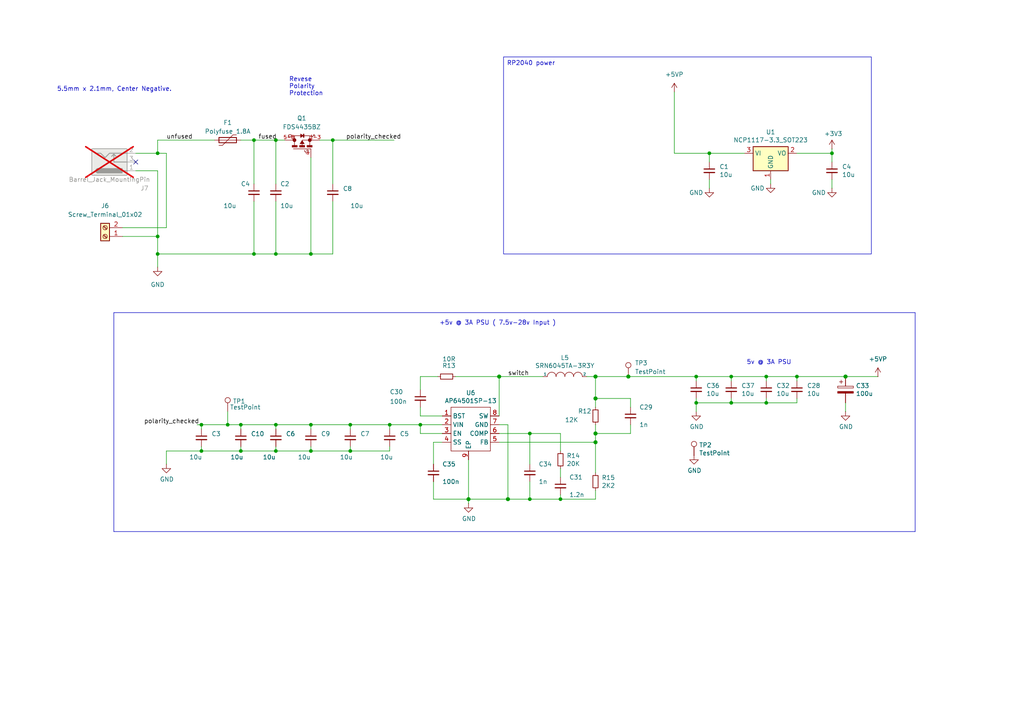
<source format=kicad_sch>
(kicad_sch (version 20231120) (generator "eeschema") (generator_version "8.0")
  (paper "A4")
  (title_block (title "Open Pedalboard Mainboard") (date "2023-12-05") (rev "4.0.0-RC1") (company "https://github.com/pedalboard") (comment 1 "Source Code: https://github.com/pedalboard/pedalboard-hw") (comment 2 "License: CERN Open Hardware Licence Version 2 - Permissive") (comment 3 "Git commit hash: ${GIT_HASH}"))
  (lib_symbols
    (symbol "CM4IO:AP64351"
      (property "Reference" "U" (at 0 8.89 0))
      (property "Value" "AP64351" (at 1.27 6.35 0))
      (symbol "AP64351_0_1"
        (rectangle (start -5.08 5.08) (end 6.35 -7.62))
      )
      (symbol "AP64351_1_1"
        (pin passive line (at -7.62 2.54 0) (length 2.54) (name "BST") (number "1"))
        (pin power_in line (at -7.62 0 0) (length 2.54) (name "VIN") (number "2"))
        (pin input line (at -7.62 -2.54 0) (length 2.54) (name "EN") (number "3"))
        (pin input line (at -7.62 -5.08 0) (length 2.54) (name "SS") (number "4"))
        (pin input line (at 8.89 -5.08 180) (length 2.54) (name "FB") (number "5"))
        (pin input line (at 8.89 -2.54 180) (length 2.54) (name "COMP") (number "6"))
        (pin power_in line (at 8.89 0 180) (length 2.54) (name "GND") (number "7"))
        (pin output line (at 8.89 2.54 180) (length 2.54) (name "SW") (number "8"))
        (pin passive line (at 0 -10.16 90) (length 2.54) (name "EP") (number "9"))
      )
    )
    (symbol "Connector:Barrel_Jack_Switch" (pin_names hide)
      (property "Reference" "J" (at 0 5.334 0))
      (property "Value" "Barrel_Jack_Switch" (at 0 -5.08 0))
      (symbol "Barrel_Jack_Switch_0_1"
        (rectangle (start -5.08 3.81) (end 5.08 -3.81) (stroke (width 0.254)) (fill (type background)))
        (arc (start -3.302 3.175) (mid -3.9343 2.54) (end -3.302 1.905) (stroke (width 0.254)))
        (arc (start -3.302 3.175) (mid -3.9343 2.54) (end -3.302 1.905) (stroke (width 0.254)) (fill (type outline)))
        (polyline (pts (xy 1.27 -2.286) (xy 1.905 -1.651)) (stroke (width 0.254)))
        (polyline (pts (xy 5.08 2.54) (xy 3.81 2.54)) (stroke (width 0.254)))
        (polyline (pts (xy 5.08 0) (xy 1.27 0) (xy 1.27 -2.286) (xy 0.635 -1.651)) (stroke (width 0.254)))
        (polyline (pts (xy -3.81 -2.54) (xy -2.54 -2.54) (xy -1.27 -1.27) (xy 0 -2.54) (xy 2.54 -2.54) (xy 5.08 -2.54)) (stroke (width 0.254)))
        (rectangle (start 3.683 3.175) (end -3.302 1.905) (stroke (width 0.254)) (fill (type outline)))
      )
      (symbol "Barrel_Jack_Switch_1_1"
        (pin passive line (at 7.62 2.54 180) (length 2.54) (name "~") (number "1"))
        (pin passive line (at 7.62 -2.54 180) (length 2.54) (name "~") (number "2"))
        (pin passive line (at 7.62 0 180) (length 2.54) (name "~") (number "3"))
      )
    )
    (symbol "Connector:Screw_Terminal_01x02" (pin_names (offset 1.016) hide)
      (property "Reference" "J" (at 0 2.54 0))
      (property "Value" "Screw_Terminal_01x02" (at 0 -5.08 0))
      (symbol "Screw_Terminal_01x02_1_1"
        (rectangle (start -1.27 1.27) (end 1.27 -3.81) (stroke (width 0.254)) (fill (type background)))
        (circle (center 0 -2.54) (radius 0.635) (stroke (width 0.1524)))
        (polyline (pts (xy -0.5334 -2.2098) (xy 0.3302 -3.048)) (stroke (width 0.1524)))
        (polyline (pts (xy -0.5334 0.3302) (xy 0.3302 -0.508)) (stroke (width 0.1524)))
        (polyline (pts (xy -0.3556 -2.032) (xy 0.508 -2.8702)) (stroke (width 0.1524)))
        (polyline (pts (xy -0.3556 0.508) (xy 0.508 -0.3302)) (stroke (width 0.1524)))
        (circle (center 0 0) (radius 0.635) (stroke (width 0.1524)))
        (pin passive line (at -5.08 0 0) (length 3.81) (name "Pin_1") (number "1"))
        (pin passive line (at -5.08 -2.54 0) (length 3.81) (name "Pin_2") (number "2"))
      )
    )
    (symbol "Connector:TestPoint" (pin_numbers hide) (pin_names (offset 0.762) hide)
      (property "Reference" "TP" (at 0 6.858 0))
      (property "Value" "TestPoint" (at 0 5.08 0))
      (symbol "TestPoint_0_1"
        (circle (center 0 3.302) (radius 0.762))
      )
      (symbol "TestPoint_1_1"
        (pin passive line (at 0 0 90) (length 2.54) (name "1") (number "1"))
      )
    )
    (symbol "Device:CP" (pin_numbers hide) (pin_names (offset 0.254))
      (property "Reference" "C" (at 0.635 2.54 0))
      (property "Value" "CP" (at 0.635 -2.54 0))
      (symbol "CP_0_1"
        (rectangle (start -2.286 0.508) (end 2.286 1.016))
        (polyline (pts (xy -1.778 2.286) (xy -0.762 2.286)))
        (polyline (pts (xy -1.27 2.794) (xy -1.27 1.778)))
        (rectangle (start 2.286 -0.508) (end -2.286 -1.016) (fill (type outline)))
      )
      (symbol "CP_1_1"
        (pin passive line (at 0 3.81 270) (length 2.794) (name "~") (number "1"))
        (pin passive line (at 0 -3.81 90) (length 2.794) (name "~") (number "2"))
      )
    )
    (symbol "Device:C_Small" (pin_numbers hide) (pin_names (offset 0.254) hide)
      (property "Reference" "C" (at 0.254 1.778 0))
      (property "Value" "C_Small" (at 0.254 -2.032 0))
      (symbol "C_Small_0_1"
        (polyline (pts (xy -1.524 -0.508) (xy 1.524 -0.508)) (stroke (width 0.3302)))
        (polyline (pts (xy -1.524 0.508) (xy 1.524 0.508)) (stroke (width 0.3048)))
      )
      (symbol "C_Small_1_1"
        (pin passive line (at 0 2.54 270) (length 2.032) (name "~") (number "1"))
        (pin passive line (at 0 -2.54 90) (length 2.032) (name "~") (number "2"))
      )
    )
    (symbol "Device:Polyfuse" (pin_numbers hide) (pin_names (offset 0))
      (property "Reference" "F" (at -2.54 0 90))
      (property "Value" "Polyfuse" (at 2.54 0 90))
      (symbol "Polyfuse_0_1"
        (rectangle (start -0.762 2.54) (end 0.762 -2.54) (stroke (width 0.254)))
        (polyline (pts (xy 0 2.54) (xy 0 -2.54)))
        (polyline (pts (xy -1.524 2.54) (xy -1.524 1.524) (xy 1.524 -1.524) (xy 1.524 -2.54)))
      )
      (symbol "Polyfuse_1_1"
        (pin passive line (at 0 3.81 270) (length 1.27) (name "~") (number "1"))
        (pin passive line (at 0 -3.81 90) (length 1.27) (name "~") (number "2"))
      )
    )
    (symbol "Device:R_Small" (pin_numbers hide) (pin_names (offset 0.254) hide)
      (property "Reference" "R" (at 0.762 0.508 0))
      (property "Value" "R_Small" (at 0.762 -1.016 0))
      (symbol "R_Small_0_1"
        (rectangle (start -0.762 1.778) (end 0.762 -1.778) (stroke (width 0.2032)))
      )
      (symbol "R_Small_1_1"
        (pin passive line (at 0 2.54 270) (length 0.762) (name "~") (number "1"))
        (pin passive line (at 0 -2.54 90) (length 0.762) (name "~") (number "2"))
      )
    )
    (symbol "Regulator_Linear:NCP1117-3.3_SOT223"
      (property "Reference" "U" (at -3.81 3.175 0))
      (property "Value" "NCP1117-3.3_SOT223" (at 0 3.175 0))
      (symbol "NCP1117-3.3_SOT223_0_1"
        (rectangle (start -5.08 -5.08) (end 5.08 1.905) (stroke (width 0.254)) (fill (type background)))
      )
      (symbol "NCP1117-3.3_SOT223_1_1"
        (pin power_in line (at 0 -7.62 90) (length 2.54) (name "GND") (number "1"))
        (pin power_out line (at 7.62 0 180) (length 2.54) (name "VO") (number "2"))
        (pin power_in line (at -7.62 0 0) (length 2.54) (name "VI") (number "3"))
      )
    )
    (symbol "pedalboard:FDS4435BZ" (pin_names (offset 1.016))
      (property "Reference" "Q" (at 6.35 0.1053 90))
      (property "Value" "FDS4435BZ" (at 3.81 0.1053 90))
      (symbol "FDS4435BZ_0_0"
        (rectangle (start -2.0337 -0.7626) (end -1.524 0.762) (stroke (width 0.1)) (fill (type outline)))
        (rectangle (start -2.0326 -2.9219) (end -1.524 -1.397) (stroke (width 0.1)) (fill (type outline)))
        (rectangle (start -2.0322 1.3971) (end -1.524 2.921) (stroke (width 0.1)) (fill (type outline)))
        (circle (center 0 -2.2225) (radius 0.127) (stroke (width 0.4064)))
        (polyline (pts (xy -2.54 -2.54) (xy -2.54 2.54)) (stroke (width 0.1524)))
        (polyline (pts (xy -1.905 -2.2225) (xy 0 -2.2225)) (stroke (width 0.1524)))
        (polyline (pts (xy -1.5875 2.2225) (xy 0 2.2225)) (stroke (width 0.1524)))
        (polyline (pts (xy -1.0795 0) (xy -1.905 0)) (stroke (width 0.1524)))
        (polyline (pts (xy 0 -2.2225) (xy 0 -2.54)) (stroke (width 0.1524)))
        (polyline (pts (xy 0 0) (xy 0 -2.2225)) (stroke (width 0.1524)))
        (polyline (pts (xy 0 2.2225) (xy 1.27 2.2225)) (stroke (width 0.1524)))
        (polyline (pts (xy 0 2.54) (xy 0 2.2225)) (stroke (width 0.1524)))
        (polyline (pts (xy 1.27 -2.2225) (xy 0 -2.2225)) (stroke (width 0.1524)))
        (polyline (pts (xy 1.27 2.2225) (xy 1.27 -2.2225)) (stroke (width 0.1524)))
        (polyline (pts (xy -0.0635 0) (xy -1.0795 -0.635) (xy -1.0795 0.635) (xy -0.0635 0)) (stroke (width 0.1016)) (fill (type outline)))
        (polyline (pts (xy 1.27 -0.3175) (xy 1.778 0.4445) (xy 0.762 0.4445) (xy 1.27 -0.3175)) (stroke (width 0.1524)) (fill (type outline)))
        (circle (center 0 2.2225) (radius 0.127) (stroke (width 0.4064)))
        (rectangle (start 0.7632 -0.5724) (end 1.778 -0.3175) (stroke (width 0.1)) (fill (type outline)))
        (text "D" (at 0.6362 2.8629 0) (effects (font (size 1.0179 1.0179)) (justify left bottom)))
        (text "G" (at -3.8162 -1.9081 0) (effects (font (size 1.0176 1.0176)) (justify left bottom)))
        (text "S" (at 0.6357 -3.8142 0) (effects (font (size 1.0171 1.0171)) (justify left bottom)))
        (pin passive line (at 0 -5.08 90) (length 2.54) (name "~") (number "1-3"))
        (pin passive line (at -5.08 -2.54 0) (length 2.54) (name "~") (number "4"))
        (pin passive line (at 0 5.08 270) (length 2.54) (name "~") (number "5-8"))
      )
    )
    (symbol "power:+3V3" (power) (pin_numbers hide) (pin_names (offset 0) hide)
      (property "Value" "+3V3" (at 0 3.556 0))
      (symbol "+3V3_0_1"
        (polyline (pts (xy -0.762 1.27) (xy 0 2.54)))
        (polyline (pts (xy 0 0) (xy 0 2.54)))
        (polyline (pts (xy 0 2.54) (xy 0.762 1.27)))
      )
      (symbol "+3V3_1_1"
        (pin power_in line (at 0 0 90) (length 0) (name "~") (number "1"))
      )
    )
    (symbol "power:+5VP" (power) (pin_numbers hide) (pin_names (offset 0) hide)
      (property "Value" "+5VP" (at 0 3.556 0))
      (symbol "+5VP_0_1"
        (polyline (pts (xy -0.762 1.27) (xy 0 2.54)))
        (polyline (pts (xy 0 0) (xy 0 2.54)))
        (polyline (pts (xy 0 2.54) (xy 0.762 1.27)))
      )
      (symbol "+5VP_1_1"
        (pin power_in line (at 0 0 90) (length 0) (name "~") (number "1"))
      )
    )
    (symbol "power:GND" (power) (pin_numbers hide) (pin_names (offset 0) hide)
      (property "Value" "GND" (at 0 -3.81 0))
      (symbol "GND_0_1"
        (polyline (pts (xy 0 0) (xy 0 -1.27) (xy 1.27 -1.27) (xy 0 -2.54) (xy -1.27 -1.27) (xy 0 -1.27)))
      )
      (symbol "GND_1_1"
        (pin power_in line (at 0 0 270) (length 0) (name "~") (number "1"))
      )
    )
    (symbol "pspice:INDUCTOR" (pin_numbers hide) (pin_names (offset 0))
      (property "Reference" "L" (at 0 2.54 0))
      (property "Value" "INDUCTOR" (at 0 -1.27 0))
      (symbol "INDUCTOR_0_1"
        (arc (start -2.54 0) (mid -3.81 1.2645) (end -5.08 0))
        (arc (start 0 0) (mid -1.27 1.2645) (end -2.54 0))
        (arc (start 2.54 0) (mid 1.27 1.2645) (end 0 0))
        (arc (start 5.08 0) (mid 3.81 1.2645) (end 2.54 0))
      )
      (symbol "INDUCTOR_1_1"
        (pin input line (at -6.35 0 0) (length 1.27) (name "1") (number "1"))
        (pin input line (at 6.35 0 180) (length 1.27) (name "2") (number "2"))
      )
    )
  )
  (junction (at 231.14 109.22))
  (junction (at 153.67 125.73))
  (junction (at 69.85 130.81))
  (junction (at 69.85 123.19))
  (junction (at 212.09 109.22))
  (junction (at 45.72 44.45))
  (junction (at 121.92 123.19))
  (junction (at 222.25 109.22))
  (junction (at 96.52 40.64))
  (junction (at 113.03 123.19))
  (junction (at 144.78 109.22) (diameter 1.016))
  (junction (at 182.245 109.22) (diameter 1.016))
  (junction (at 172.72 109.22) (diameter 1.016))
  (junction (at 201.93 109.22))
  (junction (at 212.09 116.84))
  (junction (at 73.66 73.66))
  (junction (at 90.17 123.19))
  (junction (at 172.72 115.57) (diameter 1.016))
  (junction (at 222.25 116.84))
  (junction (at 58.42 130.81))
  (junction (at 101.6 123.19))
  (junction (at 153.67 144.78))
  (junction (at 172.72 125.73) (diameter 1.016))
  (junction (at 90.17 73.66))
  (junction (at 245.237 109.22) (diameter 1.016))
  (junction (at 80.01 130.81))
  (junction (at 80.01 73.66))
  (junction (at 90.17 130.81))
  (junction (at 162.56 144.78))
  (junction (at 45.72 73.66))
  (junction (at 80.01 40.64))
  (junction (at 80.01 123.19))
  (junction (at 172.72 128.27) (diameter 1.016))
  (junction (at 205.74 44.45))
  (junction (at 147.32 144.78) (diameter 1.016))
  (junction (at 45.72 68.58))
  (junction (at 66.04 123.19))
  (junction (at 201.93 116.84))
  (junction (at 241.3 44.45))
  (junction (at 135.89 144.78) (diameter 1.016))
  (junction (at 58.42 123.19))
  (junction (at 101.6 130.81))
  (junction (at 73.66 40.64))
  (no_connect (at 39.37 46.99))
  (wire (pts (xy 121.92 118.11) (xy 121.92 120.65)))
  (wire (pts (xy 101.6 123.19) (xy 113.03 123.19)))
  (wire (pts (xy 48.26 44.45) (xy 45.72 44.45)))
  (wire (pts (xy 48.26 130.81) (xy 48.26 134.62)))
  (wire (pts (xy 121.92 123.19) (xy 128.27 123.19)))
  (wire (pts (xy 69.85 130.81) (xy 80.01 130.81)))
  (polyline (pts (xy 33.02 90.678) (xy 33.02 154.178)) (stroke (width 0) (type solid)))
  (wire (pts (xy 212.09 116.84) (xy 222.25 116.84)))
  (wire (pts (xy 96.52 40.64) (xy 96.52 53.34)))
  (wire (pts (xy 35.56 68.58) (xy 45.72 68.58)))
  (wire (pts (xy 121.92 123.19) (xy 121.92 125.73)))
  (wire (pts (xy 80.01 40.64) (xy 80.01 53.34)))
  (wire (pts (xy 201.93 109.22) (xy 201.93 110.49)))
  (wire (pts (xy 172.72 142.24) (xy 172.72 144.78)))
  (wire (pts (xy 80.01 40.64) (xy 82.55 40.64)))
  (wire (pts (xy 96.52 58.42) (xy 96.52 73.66)))
  (wire (pts (xy 90.17 129.54) (xy 90.17 130.81)))
  (wire (pts (xy 170.18 109.22) (xy 172.72 109.22)))
  (wire (pts (xy 80.01 123.19) (xy 80.01 124.46)))
  (wire (pts (xy 73.66 40.64) (xy 80.01 40.64)))
  (wire (pts (xy 58.42 123.19) (xy 58.42 124.46)))
  (wire (pts (xy 172.72 109.22) (xy 172.72 115.57)))
  (wire (pts (xy 144.78 128.27) (xy 172.72 128.27)))
  (wire (pts (xy 45.72 49.53) (xy 45.72 68.58)))
  (wire (pts (xy 92.71 40.64) (xy 96.52 40.64)))
  (wire (pts (xy 222.25 109.22) (xy 231.14 109.22)))
  (wire (pts (xy 90.17 45.72) (xy 90.17 73.66)))
  (wire (pts (xy 48.26 130.81) (xy 58.42 130.81)))
  (wire (pts (xy 241.3 44.45) (xy 241.3 43.18)))
  (wire (pts (xy 45.72 73.66) (xy 73.66 73.66)))
  (wire (pts (xy 69.85 123.19) (xy 80.01 123.19)))
  (wire (pts (xy 101.6 123.19) (xy 101.6 124.46)))
  (polyline (pts (xy 265.43 154.178) (xy 33.02 154.178)) (stroke (width 0) (type solid)))
  (wire (pts (xy 212.09 109.22) (xy 222.25 109.22)))
  (wire (pts (xy 212.09 109.22) (xy 212.09 110.49)))
  (wire (pts (xy 147.32 123.19) (xy 147.32 144.78)))
  (wire (pts (xy 125.73 139.7) (xy 125.73 144.78)))
  (wire (pts (xy 223.52 52.07) (xy 223.52 53.34)))
  (wire (pts (xy 121.92 125.73) (xy 128.27 125.73)))
  (wire (pts (xy 121.92 120.65) (xy 128.27 120.65)))
  (wire (pts (xy 45.72 40.64) (xy 62.23 40.64)))
  (wire (pts (xy 66.04 119.38) (xy 66.04 123.19)))
  (polyline (pts (xy 265.43 90.678) (xy 265.43 154.178)) (stroke (width 0) (type solid)))
  (wire (pts (xy 231.14 115.57) (xy 231.14 116.84)))
  (wire (pts (xy 201.93 116.84) (xy 201.93 119.38)))
  (wire (pts (xy 172.72 125.73) (xy 182.88 125.73)))
  (wire (pts (xy 48.26 66.04) (xy 48.26 44.45)))
  (wire (pts (xy 172.72 125.73) (xy 172.72 128.27)))
  (wire (pts (xy 39.37 44.45) (xy 45.72 44.45)))
  (polyline (pts (xy 33.02 90.678) (xy 265.43 90.678)) (stroke (width 0) (type solid)))
  (wire (pts (xy 144.78 123.19) (xy 147.32 123.19)))
  (wire (pts (xy 113.03 123.19) (xy 113.03 124.46)))
  (wire (pts (xy 153.67 139.7) (xy 153.67 144.78)))
  (wire (pts (xy 195.58 26.67) (xy 195.58 44.45)))
  (wire (pts (xy 80.01 73.66) (xy 90.17 73.66)))
  (wire (pts (xy 73.66 73.66) (xy 80.01 73.66)))
  (wire (pts (xy 144.78 109.22) (xy 144.78 120.65)))
  (wire (pts (xy 80.01 129.54) (xy 80.01 130.81)))
  (wire (pts (xy 172.72 128.27) (xy 172.72 137.16)))
  (wire (pts (xy 90.17 130.81) (xy 101.6 130.81)))
  (wire (pts (xy 212.09 115.57) (xy 212.09 116.84)))
  (wire (pts (xy 39.37 49.53) (xy 45.72 49.53)))
  (wire (pts (xy 222.25 115.57) (xy 222.25 116.84)))
  (wire (pts (xy 128.27 128.27) (xy 125.73 128.27)))
  (wire (pts (xy 172.72 115.57) (xy 182.88 115.57)))
  (wire (pts (xy 101.6 129.54) (xy 101.6 130.81)))
  (wire (pts (xy 58.42 123.19) (xy 66.04 123.19)))
  (wire (pts (xy 215.9 44.45) (xy 205.74 44.45)))
  (wire (pts (xy 73.66 40.64) (xy 73.66 53.34)))
  (wire (pts (xy 80.01 130.81) (xy 90.17 130.81)))
  (wire (pts (xy 147.32 144.78) (xy 153.67 144.78)))
  (wire (pts (xy 45.72 44.45) (xy 45.72 40.64)))
  (wire (pts (xy 101.6 130.81) (xy 113.03 130.81)))
  (wire (pts (xy 241.3 44.45) (xy 241.3 46.99)))
  (wire (pts (xy 245.237 116.84) (xy 245.237 119.38)))
  (wire (pts (xy 162.56 144.78) (xy 172.72 144.78)))
  (wire (pts (xy 144.78 125.73) (xy 153.67 125.73)))
  (wire (pts (xy 172.72 109.22) (xy 182.245 109.22)))
  (wire (pts (xy 245.237 109.22) (xy 254.635 109.22)))
  (wire (pts (xy 121.92 109.22) (xy 127 109.22)))
  (wire (pts (xy 172.72 123.19) (xy 172.72 125.73)))
  (wire (pts (xy 69.85 40.64) (xy 73.66 40.64)))
  (wire (pts (xy 58.42 129.54) (xy 58.42 130.81)))
  (wire (pts (xy 66.04 123.19) (xy 69.85 123.19)))
  (wire (pts (xy 125.73 128.27) (xy 125.73 134.62)))
  (wire (pts (xy 205.74 44.45) (xy 205.74 46.99)))
  (wire (pts (xy 182.88 123.19) (xy 182.88 125.73)))
  (wire (pts (xy 135.89 146.05) (xy 135.89 144.78)))
  (wire (pts (xy 90.17 73.66) (xy 96.52 73.66)))
  (wire (pts (xy 132.08 109.22) (xy 144.78 109.22)))
  (wire (pts (xy 57.15 123.19) (xy 58.42 123.19)))
  (wire (pts (xy 58.42 130.81) (xy 69.85 130.81)))
  (wire (pts (xy 172.72 115.57) (xy 172.72 118.11)))
  (wire (pts (xy 231.14 109.22) (xy 245.237 109.22)))
  (wire (pts (xy 201.93 115.57) (xy 201.93 116.84)))
  (wire (pts (xy 231.14 109.22) (xy 231.14 110.49)))
  (wire (pts (xy 205.74 52.07) (xy 205.74 54.61)))
  (wire (pts (xy 135.89 144.78) (xy 147.32 144.78)))
  (wire (pts (xy 201.93 116.84) (xy 212.09 116.84)))
  (wire (pts (xy 162.56 135.89) (xy 162.56 138.43)))
  (wire (pts (xy 113.03 123.19) (xy 121.92 123.19)))
  (wire (pts (xy 45.72 73.66) (xy 45.72 77.47)))
  (wire (pts (xy 69.85 129.54) (xy 69.85 130.81)))
  (wire (pts (xy 222.25 109.22) (xy 222.25 110.49)))
  (wire (pts (xy 73.66 58.42) (xy 73.66 73.66)))
  (wire (pts (xy 80.01 58.42) (xy 80.01 73.66)))
  (wire (pts (xy 90.17 123.19) (xy 101.6 123.19)))
  (wire (pts (xy 121.92 109.22) (xy 121.92 113.03)))
  (wire (pts (xy 125.73 144.78) (xy 135.89 144.78)))
  (wire (pts (xy 182.88 115.57) (xy 182.88 118.11)))
  (wire (pts (xy 144.78 109.22) (xy 157.48 109.22)))
  (wire (pts (xy 241.3 52.07) (xy 241.3 54.61)))
  (wire (pts (xy 45.72 68.58) (xy 45.72 73.66)))
  (wire (pts (xy 222.25 116.84) (xy 231.14 116.84)))
  (wire (pts (xy 113.03 129.54) (xy 113.03 130.81)))
  (wire (pts (xy 153.67 125.73) (xy 153.67 134.62)))
  (wire (pts (xy 153.67 144.78) (xy 162.56 144.78)))
  (wire (pts (xy 195.58 44.45) (xy 205.74 44.45)))
  (wire (pts (xy 162.56 125.73) (xy 162.56 130.81)))
  (wire (pts (xy 69.85 123.19) (xy 69.85 124.46)))
  (wire (pts (xy 135.89 133.35) (xy 135.89 144.78)))
  (wire (pts (xy 201.93 109.22) (xy 212.09 109.22)))
  (wire (pts (xy 90.17 123.19) (xy 90.17 124.46)))
  (wire (pts (xy 231.14 44.45) (xy 241.3 44.45)))
  (wire (pts (xy 35.56 66.04) (xy 48.26 66.04)))
  (wire (pts (xy 162.56 143.51) (xy 162.56 144.78)))
  (wire (pts (xy 80.01 123.19) (xy 90.17 123.19)))
  (wire (pts (xy 96.52 40.64) (xy 114.3 40.64)))
  (wire (pts (xy 182.245 109.22) (xy 201.93 109.22)))
  (wire (pts (xy 153.67 125.73) (xy 162.56 125.73)))
  (text_box "RP2040 power" (at 146.05 16.51 0) (size 106.68 57.15) (effects (font (size 1.27 1.27)) (justify left top)))
  (text "5.5mm x 2.1mm, Center Negative." (at 16.51 26.67 0) (effects (font (size 1.27 1.27)) (justify left bottom)))
  (text "+5v @ 3A PSU ( 7.5v-28v Input )" (at 161.29 94.488 0) (effects (font (size 1.27 1.27)) (justify right bottom)))
  (text "5v @ 3A PSU\n" (at 216.535 105.918 0) (effects (font (size 1.27 1.27)) (justify left bottom)))
  (text "Revese \nPolarity \nProtection" (at 83.82 27.94 0) (effects (font (size 1.27 1.27)) (justify left bottom)))
  (label "fused" (at 74.93 40.64 0))
  (label "polarity_checked" (at 57.785 123.19 180))
  (label "switch" (at 147.32 109.22 0))
  (label "unfused" (at 48.26 40.64 0))
  (label "polarity_checked" (at 100.33 40.64 0))
  (symbol (lib_id "Device:C_Small") (at 212.09 113.03 0) (unit 1)
    (property "Reference" "C37" (at 215.011 111.8616 0) (effects (justify left)))
    (property "Value" "10u" (at 215.011 114.173 0) (effects (justify left)))
    (property "Footprint" "Capacitor_SMD:C_0805_2012Metric" (effects (hide yes)))
    (property "Datasheet" "https://www.samsungsem.com/resources/file/global/support/product_catalog/MLCC.pdf" (effects (hide yes)))
    (property "Supplier" "https://www.digikey.ch/de/products/detail/samsung-electro-mechanics/CL21X106KAYNNNE/5961182" (effects (hide yes)))
    (property "Notes" "10% or 20% 35V Ceramic Capacitor X6S 0805 (2012 Metric)" (effects (hide yes)))
    (instances (project "pedalboard-hw" (path "" (reference "C37") (unit 1))) (project "CM4IOv5" (path "" (reference "C49") (unit 1))))
  )
  (symbol (lib_id "Connector:TestPoint") (at 201.295 132.08 0) (unit 1)
    (property "Reference" "TP2" (at 202.7682 129.0828 0) (effects (justify left)))
    (property "Value" "TestPoint" (at 202.7682 131.3942 0) (effects (justify left)))
    (property "Footprint" "TestPoint:TestPoint_Pad_2.0x2.0mm" (effects (hide yes)))
    (instances (project "pedalboard-hw" (path "" (reference "TP2") (unit 1))) (project "CM4IOv5" (path "" (reference "TP6") (unit 1))))
  )
  (symbol (lib_id "Device:R_Small") (at 129.54 109.22 270) (unit 1)
    (property "Reference" "R13" (at 128.27 106.045 90) (effects (justify left)))
    (property "Value" "10R" (at 128.27 104.14 90) (effects (justify left)))
    (property "Footprint" "Resistor_SMD:R_0805_2012Metric" (effects (hide yes)))
    (property "Datasheet" "https://www.seielect.com/catalog/sei-rncp.pdf" (effects (hide yes)))
    (property "Notes" "Resistor 10R 1% 63mW" (effects (hide yes)))
    (property "Supplier" "https://www.digikey.ch/de/products/detail/stackpole-electronics-inc/RNCP0805FTD10R0/2240197" (effects (hide yes)))
    (instances (project "pedalboard-hw" (path "" (reference "R13") (unit 1))) (project "CM4IOv5" (path "" (reference "R9") (unit 1))))
  )
  (symbol (lib_id "Device:R_Small") (at 172.72 139.7 0) (unit 1)
    (property "Reference" "R15" (at 174.498 138.5316 0) (effects (justify left)))
    (property "Value" "2K2" (at 174.498 140.843 0) (effects (justify left)))
    (property "Footprint" "Resistor_SMD:R_0805_2012Metric" (effects (hide yes)))
    (property "Datasheet" "https://www.seielect.com/catalog/sei-rncp.pdf" (effects (hide yes)))
    (property "Notes" "Resistor 2.2K 1% 63mW" (effects (hide yes)))
    (property "Supplier" "https://www.digikey.ch/de/products/detail/stackpole-electronics-inc/RMCF0805FT2K20/1760345" (effects (hide yes)))
    (instances (project "pedalboard-hw" (path "" (reference "R15") (unit 1))) (project "CM4IOv5" (path "" (reference "R28") (unit 1))))
  )
  (symbol (lib_id "pspice:INDUCTOR") (at 163.83 109.22 0) (unit 1)
    (property "Reference" "L5" (at 163.83 103.759 0))
    (property "Value" "SRN6045TA-3R3Y" (at 163.83 106.0704 0))
    (property "Footprint" "Inductor_SMD:L_Bourns_SRN6045TA" (effects (hide yes)))
    (property "Datasheet" "https://www.bourns.com/docs/Product-Datasheets/SRN6045TA.pdf" (effects (hide yes)))
    (property "Notes" "3.3µH Semi-Shielded Wirewound Inductor 7.8A 21mOhm Nonstandard " (effects (hide yes)))
    (property "Supplier" "https://www.digikey.ch/de/products/detail/bourns-inc/SRN6045TA-3R3Y/6155103" (effects (hide yes)))
  )
  (symbol (lib_id "Connector:Barrel_Jack_Switch") (at 31.75 46.99 0) (mirror x) (unit 1) (dnp yes)
    (property "Reference" "J7" (at 41.91 54.61 0))
    (property "Value" "Barrel_Jack_MountingPin" (at 31.75 52.07 0))
    (property "Footprint" "Pedalboard Library:BarrelJack_Wuerth_6941xx301002" (effects (hide yes)))
    (property "Datasheet" "https://www.we-online.com/components/products/datasheet/6941xx301002.pdf" (effects (hide yes)))
    (property "Supplier" "https://www.digikey.ch/de/products/detail/w%C3%BCrth-elektronik/694106301002/5047522" (effects (hide yes)))
  )
  (symbol (lib_id "Device:CP") (at 245.237 113.03 0) (unit 1)
    (property "Reference" "C33" (at 248.2342 111.887 0) (effects (justify left)))
    (property "Value" "100u" (at 248.2342 114.173 0) (effects (justify left)))
    (property "Footprint" "Capacitor_Tantalum_SMD:CP_EIA-7343-31_Kemet-D" (effects (hide yes)))
    (property "Datasheet" "https://industrial.panasonic.com/cdbs/www-data/pdf/ABE0000/ABE0000C49.pdf" (effects (hide yes)))
    (property "Notes" "Capacitor, SP-Cap, 100u, 6.3V, 15mR ESR" (effects (hide yes)))
    (property "Supplier" "https://www.digikey.ch/de/products/detail/panasonic-electronic-components/EEF-CX0J101R/816418" (effects (hide yes)))
    (instances (project "pedalboard-hw" (path "" (reference "C33") (unit 1))) (project "CM4IOv5" (path "" (reference "C18") (unit 1))))
  )
  (symbol (lib_id "Device:C_Small") (at 58.42 127 0) (unit 1)
    (property "Reference" "C3" (at 61.341 125.8316 0) (effects (justify left)))
    (property "Value" "10u" (at 54.864 132.588 0) (effects (justify left)))
    (property "Footprint" "Capacitor_SMD:C_0805_2012Metric" (effects (hide yes)))
    (property "Datasheet" "https://www.samsungsem.com/resources/file/global/support/product_catalog/MLCC.pdf" (effects (hide yes)))
    (property "Supplier" "https://www.digikey.ch/de/products/detail/samsung-electro-mechanics/CL21X106KAYNNNE/5961182" (effects (hide yes)))
    (property "Notes" "10% or 20% 35V Ceramic Capacitor X6S 0805 (2012 Metric)" (effects (hide yes)))
    (instances (project "pedalboard-hw" (path "" (reference "C3") (unit 1))) (project "CM4IOv5" (path "" (reference "C34") (unit 1))))
  )
  (symbol (lib_id "power:GND") (at 135.89 146.05 0) (unit 1)
    (property "Reference" "#PWR060" (effects (hide yes)))
    (property "Value" "GND" (at 136.017 150.4442 0))
    (property "Description" "Power symbol creates a global label with name \"GND\" , ground" (effects (hide yes)))
    (instances (project "pedalboard-hw" (path "" (reference "#PWR060") (unit 1))) (project "CM4IOv5" (path "" (reference "#PWR0119") (unit 1))))
  )
  (symbol (lib_id "pedalboard:FDS4435BZ") (at 87.63 40.64 90) (unit 1)
    (property "Reference" "Q1" (at 87.5247 34.29 90))
    (property "Value" "FDS4435BZ" (at 87.5247 36.83 90))
    (property "Footprint" "Pedalboard Library:SO08-E3" (effects (hide yes)))
    (property "Datasheet" "https://www.onsemi.com/pdf/datasheet/fds4435bz_f085-d.pdf" (effects (hide yes)))
    (property "Supplier" "https://www.digikey.ch/de/products/detail/onsemi/FDS4435BZ/1305763" (effects (hide yes)))
  )
  (symbol (lib_id "Device:C_Small") (at 113.03 127 0) (unit 1)
    (property "Reference" "C5" (at 115.951 125.8316 0) (effects (justify left)))
    (property "Value" "10u" (at 110.236 132.588 0) (effects (justify left)))
    (property "Footprint" "Capacitor_SMD:C_0805_2012Metric" (effects (hide yes)))
    (property "Datasheet" "https://www.samsungsem.com/resources/file/global/support/product_catalog/MLCC.pdf" (effects (hide yes)))
    (property "Supplier" "https://www.digikey.ch/de/products/detail/samsung-electro-mechanics/CL21X106KAYNNNE/5961182" (effects (hide yes)))
    (property "Notes" "10% or 20% 35V Ceramic Capacitor X6S 0805 (2012 Metric)" (effects (hide yes)))
    (instances (project "pedalboard-hw" (path "" (reference "C5") (unit 1))) (project "CM4IOv5" (path "" (reference "C41") (unit 1))))
  )
  (symbol (lib_id "Device:C_Small") (at 222.25 113.03 0) (unit 1)
    (property "Reference" "C32" (at 225.171 111.8616 0) (effects (justify left)))
    (property "Value" "10u" (at 225.171 114.173 0) (effects (justify left)))
    (property "Footprint" "Capacitor_SMD:C_0805_2012Metric" (effects (hide yes)))
    (property "Datasheet" "https://www.samsungsem.com/resources/file/global/support/product_catalog/MLCC.pdf" (effects (hide yes)))
    (property "Supplier" "https://www.digikey.ch/de/products/detail/samsung-electro-mechanics/CL21X106KAYNNNE/5961182" (effects (hide yes)))
    (property "Notes" "10% or 20% 35V Ceramic Capacitor X6S 0805 (2012 Metric)" (effects (hide yes)))
    (instances (project "pedalboard-hw" (path "" (reference "C32") (unit 1))) (project "CM4IOv5" (path "" (reference "C51") (unit 1))))
  )
  (symbol (lib_id "power:GND") (at 223.52 53.34 0) (unit 1)
    (property "Reference" "#PWR05" (effects (hide yes)))
    (property "Value" "GND" (at 219.71 54.61 0))
    (property "Description" "Power symbol creates a global label with name \"GND\" , ground" (effects (hide yes)))
    (instances (project "RP2040_minimal" (path "" (reference "#PWR05") (unit 1))) (project "pedalboard-hw" (path "" (reference "#PWR045") (unit 1))))
  )
  (symbol (lib_id "Connector:Screw_Terminal_01x02") (at 30.48 68.58 180) (unit 1)
    (property "Reference" "J6" (at 30.48 59.69 0))
    (property "Value" "Screw_Terminal_01x02" (at 30.48 62.23 0))
    (property "Footprint" "TerminalBlock_Phoenix:TerminalBlock_Phoenix_MKDS-1,5-2_1x02_P5.00mm_Horizontal" (effects (hide yes)))
    (property "Supplier" "https://www.digikey.ch/de/products/detail/phoenix-contact/1715022/260626" (effects (hide yes)))
  )
  (symbol (lib_id "power:GND") (at 241.3 54.61 0) (unit 1)
    (property "Reference" "#PWR010" (effects (hide yes)))
    (property "Value" "GND" (at 237.49 55.88 0))
    (property "Description" "Power symbol creates a global label with name \"GND\" , ground" (effects (hide yes)))
    (instances (project "RP2040_minimal" (path "" (reference "#PWR010") (unit 1))) (project "pedalboard-hw" (path "" (reference "#PWR048") (unit 1))))
  )
  (symbol (lib_id "power:GND") (at 45.72 77.47 0) (unit 1)
    (property "Reference" "#PWR030" (effects (hide yes)))
    (property "Value" "GND" (at 45.72 82.55 0))
    (property "Description" "Power symbol creates a global label with name \"GND\" , ground" (effects (hide yes)))
  )
  (symbol (lib_id "Device:C_Small") (at 182.88 120.65 0) (unit 1)
    (property "Reference" "C29" (at 185.42 118.11 0) (effects (justify left)))
    (property "Value" "1n" (at 185.42 123.19 0) (effects (justify left)))
    (property "Footprint" "Capacitor_SMD:C_0805_2012Metric" (effects (hide yes)))
    (property "Datasheet" "https://www.samsungsem.com/resources/file/global/support/product_catalog/MLCC.pdf" (effects (hide yes)))
    (property "Notes" "1000 pF, 50 V" (effects (hide yes)))
    (property "Supplier" "https://www.digikey.ch/de/products/detail/samsung-electro-mechanics/CL21B102KBANNNC/3886678" (effects (hide yes)))
    (instances (project "pedalboard-hw" (path "" (reference "C29") (unit 1))) (project "CM4IOv5" (path "" (reference "C61") (unit 1))))
  )
  (symbol (lib_id "CM4IO:AP64351") (at 135.89 123.19 0) (unit 1)
    (property "Reference" "U6" (at 136.525 113.9444 0))
    (property "Value" "AP64501SP-13" (at 136.525 116.2558 0))
    (property "Footprint" "Pedalboard Library:SOIC-8-1EP_3.9x4.9mm_P1.27mm_EP2.95x4.9mm_Mask2.71x3.4mm_ThermalVias" (effects (hide yes)))
    (property "Datasheet" "https://www.diodes.com/assets/Datasheets/AP64501.pdf" (effects (hide yes)))
    (property "Supplier" "https://www.digikey.ch/de/products/detail/diodes-incorporated/AP64501SP-13/10419715" (effects (hide yes)))
    (instances (project "pedalboard-hw" (path "" (reference "U6") (unit 1))) (project "CM4IOv5" (path "" (reference "U16") (unit 1))))
  )
  (symbol (lib_id "Device:C_Small") (at 80.01 55.88 0) (unit 1)
    (property "Reference" "C2" (at 81.28 53.34 0) (effects (justify left)))
    (property "Value" "10u" (at 81.28 59.69 0) (effects (justify left)))
    (property "Footprint" "Capacitor_SMD:C_0805_2012Metric" (effects (hide yes)))
    (property "Datasheet" "https://www.samsungsem.com/resources/file/global/support/product_catalog/MLCC.pdf" (effects (hide yes)))
    (property "Supplier" "https://www.digikey.ch/de/products/detail/samsung-electro-mechanics/CL21X106KAYNNNE/5961182" (effects (hide yes)))
    (property "Notes" "10% or 20% 35V Ceramic Capacitor X6S 0805 (2012 Metric)" (effects (hide yes)))
    (instances (project "pedalboard-hw" (path "" (reference "C2") (unit 1))) (project "CM4IOv5" (path "" (reference "C34") (unit 1))))
  )
  (symbol (lib_id "power:GND") (at 205.74 54.61 0) (unit 1)
    (property "Reference" "#PWR04" (effects (hide yes)))
    (property "Value" "GND" (at 201.93 55.88 0))
    (property "Description" "Power symbol creates a global label with name \"GND\" , ground" (effects (hide yes)))
    (instances (project "RP2040_minimal" (path "" (reference "#PWR04") (unit 1))) (project "pedalboard-hw" (path "" (reference "#PWR044") (unit 1))))
  )
  (symbol (lib_id "Device:R_Small") (at 172.72 120.65 0) (unit 1)
    (property "Reference" "R12" (at 167.64 119.253 0) (effects (justify left)))
    (property "Value" "12K" (at 163.83 121.793 0) (effects (justify left)))
    (property "Footprint" "Resistor_SMD:R_0805_2012Metric" (effects (hide yes)))
    (property "Datasheet" "https://www.seielect.com/Catalog/SEI-rmef.PDF" (effects (hide yes)))
    (property "Notes" "Resistor 12K 1% 63mW" (effects (hide yes)))
    (instances (project "pedalboard-hw" (path "" (reference "R12") (unit 1))) (project "CM4IOv5" (path "" (reference "R27") (unit 1))))
  )
  (symbol (lib_id "Device:C_Small") (at 96.52 55.88 0) (unit 1)
    (property "Reference" "C8" (at 99.441 54.7116 0) (effects (justify left)))
    (property "Value" "10u" (at 101.6 59.69 0) (effects (justify left)))
    (property "Footprint" "Capacitor_SMD:C_0805_2012Metric" (effects (hide yes)))
    (property "Datasheet" "https://www.samsungsem.com/resources/file/global/support/product_catalog/MLCC.pdf" (effects (hide yes)))
    (property "Supplier" "https://www.digikey.ch/de/products/detail/samsung-electro-mechanics/CL21X106KAYNNNE/5961182" (effects (hide yes)))
    (property "Notes" "10% or 20% 35V Ceramic Capacitor X6S 0805 (2012 Metric)" (effects (hide yes)))
    (instances (project "pedalboard-hw" (path "" (reference "C8") (unit 1))) (project "CM4IOv5" (path "" (reference "C34") (unit 1))))
  )
  (symbol (lib_id "Device:Polyfuse") (at 66.04 40.64 90) (unit 1)
    (property "Reference" "F1" (at 66.04 35.56 90))
    (property "Value" "Polyfuse 1.8A" (at 66.04 38.1 90))
    (property "Footprint" "Fuse:Fuse_1812_4532Metric" (effects (hide yes)))
    (property "Datasheet" "https://www.littelfuse.com/~/media/electronics/datasheets/resettable_ptcs/littelfuse_ptc_1812l_datasheet.pdf.pdf" (effects (hide yes)))
    (property "Supplier" "https://www.digikey.ch/de/products/detail/littelfuse-inc/1812L150-24MR/2023969" (effects (hide yes)))
  )
  (symbol (lib_id "power:GND") (at 245.237 119.38 0) (unit 1)
    (property "Reference" "#PWR063" (effects (hide yes)))
    (property "Value" "GND" (at 245.364 123.7742 0))
    (property "Description" "Power symbol creates a global label with name \"GND\" , ground" (effects (hide yes)))
    (instances (project "pedalboard-hw" (path "" (reference "#PWR063") (unit 1))) (project "CM4IOv5" (path "" (reference "#PWR02") (unit 1))))
  )
  (symbol (lib_id "Device:C_Small") (at 231.14 113.03 0) (unit 1)
    (property "Reference" "C28" (at 234.061 111.8616 0) (effects (justify left)))
    (property "Value" "10u" (at 234.061 114.173 0) (effects (justify left)))
    (property "Footprint" "Capacitor_SMD:C_0805_2012Metric" (effects (hide yes)))
    (property "Datasheet" "https://www.samsungsem.com/resources/file/global/support/product_catalog/MLCC.pdf" (effects (hide yes)))
    (property "Supplier" "https://www.digikey.ch/de/products/detail/samsung-electro-mechanics/CL21X106KAYNNNE/5961182" (effects (hide yes)))
    (property "Notes" "10% or 20% 35V Ceramic Capacitor X6S 0805 (2012 Metric)" (effects (hide yes)))
    (instances (project "pedalboard-hw" (path "" (reference "C28") (unit 1))) (project "CM4IOv5" (path "" (reference "C52") (unit 1))))
  )
  (symbol (lib_id "power:GND") (at 201.295 132.08 0) (unit 1)
    (property "Reference" "#PWR061" (effects (hide yes)))
    (property "Value" "GND" (at 201.422 136.4742 0))
    (property "Description" "Power symbol creates a global label with name \"GND\" , ground" (effects (hide yes)))
    (instances (project "pedalboard-hw" (path "" (reference "#PWR061") (unit 1))) (project "CM4IOv5" (path "" (reference "#PWR0122") (unit 1))))
  )
  (symbol (lib_id "Device:R_Small") (at 162.56 133.35 0) (unit 1)
    (property "Reference" "R14" (at 164.338 132.1816 0) (effects (justify left)))
    (property "Value" "20K" (at 164.338 134.493 0) (effects (justify left)))
    (property "Footprint" "Resistor_SMD:R_0805_2012Metric" (effects (hide yes)))
    (property "Datasheet" "https://www.seielect.com/catalog/sei-rmcf_rmcp.pdf" (effects (hide yes)))
    (property "Notes" "Resistor 20K 1% 63mW" (effects (hide yes)))
    (property "Supplier" "https://www.digikey.ch/de/products/detail/stackpole-electronics-inc/RMCF0805FT20K0/1760314" (effects (hide yes)))
    (instances (project "pedalboard-hw" (path "" (reference "R14") (unit 1))) (project "CM4IOv5" (path "" (reference "R25") (unit 1))))
  )
  (symbol (lib_id "power:+5VP") (at 254.635 109.22 0) (unit 1)
    (property "Reference" "#PWR033" (effects (hide yes)))
    (property "Value" "+5VP" (at 254.635 104.14 0))
    (property "Description" "Power symbol creates a global label with name \"+5VP\"" (effects (hide yes)))
  )
  (symbol (lib_id "Device:C_Small") (at 201.93 113.03 0) (unit 1)
    (property "Reference" "C36" (at 204.851 111.8616 0) (effects (justify left)))
    (property "Value" "10u" (at 204.851 114.173 0) (effects (justify left)))
    (property "Footprint" "Capacitor_SMD:C_0805_2012Metric" (effects (hide yes)))
    (property "Datasheet" "https://www.samsungsem.com/resources/file/global/support/product_catalog/MLCC.pdf" (effects (hide yes)))
    (property "Supplier" "https://www.digikey.ch/de/products/detail/samsung-electro-mechanics/CL21X106KAYNNNE/5961182" (effects (hide yes)))
    (property "Notes" "10% or 20% 35V Ceramic Capacitor X6S 0805 (2012 Metric)" (effects (hide yes)))
    (instances (project "pedalboard-hw" (path "" (reference "C36") (unit 1))) (project "CM4IOv5" (path "" (reference "C47") (unit 1))))
  )
  (symbol (lib_id "Device:C_Small") (at 162.56 140.97 0) (unit 1)
    (property "Reference" "C31" (at 165.1 138.43 0) (effects (justify left)))
    (property "Value" "1.2n" (at 165.1 143.51 0) (effects (justify left)))
    (property "Footprint" "Capacitor_SMD:C_0805_2012Metric" (effects (hide yes)))
    (property "Datasheet" "https://search.murata.co.jp/Ceramy/image/img/A01X/G101/ENG/GRM2165C2A122JA01-01.pdf" (effects (hide yes)))
    (property "Supplier" "https://www.digikey.ch/de/products/detail/murata-electronics/GRM2165C2A122JA01D/2544699" (effects (hide yes)))
    (property "Notes" "10% 10V Ceramic Capacitor X5R" (effects (hide yes)))
    (instances (project "pedalboard-hw" (path "" (reference "C31") (unit 1))) (project "CM4IOv5" (path "" (reference "C60") (unit 1))))
  )
  (symbol (lib_id "Regulator_Linear:NCP1117-3.3_SOT223") (at 223.52 44.45 0) (unit 1)
    (property "Reference" "U1" (at 223.52 38.3032 0))
    (property "Value" "NCP1117-3.3_SOT223" (at 223.52 40.6146 0))
    (property "Footprint" "Package_TO_SOT_SMD:SOT-223-3_TabPin2" (effects (hide yes)))
    (property "Datasheet" "https://www.diodes.com/assets/Datasheets/AZ1117I.pdf" (effects (hide yes)))
    (property "Supplier" "https://www.digikey.ch/de/products/detail/diodes-incorporated/AZ1117IH-3-3TRG1/5699672" (effects (hide yes)))
    (instances (project "RP2040_minimal" (path "" (reference "U1") (unit 1))) (project "pedalboard-hw" (path "" (reference "U5") (unit 1))))
  )
  (symbol (lib_id "power:GND") (at 48.26 134.62 0) (unit 1)
    (property "Reference" "#PWR059" (effects (hide yes)))
    (property "Value" "GND" (at 48.387 139.0142 0))
    (property "Description" "Power symbol creates a global label with name \"GND\" , ground" (effects (hide yes)))
    (instances (project "pedalboard-hw" (path "" (reference "#PWR059") (unit 1))) (project "CM4IOv5" (path "" (reference "#PWR0120") (unit 1))))
  )
  (symbol (lib_id "Device:C_Small") (at 69.85 127 0) (unit 1)
    (property "Reference" "C10" (at 72.771 125.8316 0) (effects (justify left)))
    (property "Value" "10u" (at 66.802 132.588 0) (effects (justify left)))
    (property "Footprint" "Capacitor_SMD:C_0805_2012Metric" (effects (hide yes)))
    (property "Datasheet" "https://www.samsungsem.com/resources/file/global/support/product_catalog/MLCC.pdf" (effects (hide yes)))
    (property "Supplier" "https://www.digikey.ch/de/products/detail/samsung-electro-mechanics/CL21X106KAYNNNE/5961182" (effects (hide yes)))
    (property "Notes" "10% or 20% 35V Ceramic Capacitor X6S 0805 (2012 Metric)" (effects (hide yes)))
    (instances (project "pedalboard-hw" (path "" (reference "C10") (unit 1))) (project "CM4IOv5" (path "" (reference "C35") (unit 1))))
  )
  (symbol (lib_id "Device:C_Small") (at 125.73 137.16 0) (unit 1)
    (property "Reference" "C35" (at 128.27 134.62 0) (effects (justify left)))
    (property "Value" "100n" (at 128.27 139.7 0) (effects (justify left)))
    (property "Footprint" "Capacitor_SMD:C_0805_2012Metric" (effects (hide yes)))
    (property "Datasheet" "https://www.samsungsem.com/resources/file/global/support/product_catalog/MLCC.pdf" (effects (hide yes)))
    (property "Supplier" "https://www.digikey.ch/de/products/detail/samsung-electro-mechanics/CL21B104KBCNNNC/3886661" (effects (hide yes)))
    (property "Notes" "10% 16V Ceramic Capacitor X7R" (effects (hide yes)))
    (property "Digikey" "1276-1180-1-ND" (effects (hide yes)))
    (instances (project "pedalboard-hw" (path "" (reference "C35") (unit 1))) (project "CM4IOv5" (path "" (reference "C58") (unit 1))))
  )
  (symbol (lib_id "Device:C_Small") (at 153.67 137.16 0) (unit 1)
    (property "Reference" "C34" (at 156.21 134.62 0) (effects (justify left)))
    (property "Value" "1n" (at 156.21 139.7 0) (effects (justify left)))
    (property "Footprint" "Capacitor_SMD:C_0805_2012Metric" (effects (hide yes)))
    (property "Datasheet" "https://www.samsungsem.com/resources/file/global/support/product_catalog/MLCC.pdf" (effects (hide yes)))
    (property "Notes" "1000 pF, 50 V" (effects (hide yes)))
    (property "Supplier" "https://www.digikey.ch/de/products/detail/samsung-electro-mechanics/CL21B102KBANNNC/3886678" (effects (hide yes)))
    (instances (project "pedalboard-hw" (path "" (reference "C34") (unit 1))) (project "CM4IOv5" (path "" (reference "C59") (unit 1))))
  )
  (symbol (lib_id "Device:C_Small") (at 101.6 127 0) (unit 1)
    (property "Reference" "C7" (at 104.521 125.8316 0) (effects (justify left)))
    (property "Value" "10u" (at 98.552 132.588 0) (effects (justify left)))
    (property "Footprint" "Capacitor_SMD:C_0805_2012Metric" (effects (hide yes)))
    (property "Datasheet" "https://www.samsungsem.com/resources/file/global/support/product_catalog/MLCC.pdf" (effects (hide yes)))
    (property "Supplier" "https://www.digikey.ch/de/products/detail/samsung-electro-mechanics/CL21X106KAYNNNE/5961182" (effects (hide yes)))
    (property "Notes" "10% or 20% 35V Ceramic Capacitor X6S 0805 (2012 Metric)" (effects (hide yes)))
    (instances (project "pedalboard-hw" (path "" (reference "C7") (unit 1))) (project "CM4IOv5" (path "" (reference "C39") (unit 1))))
  )
  (symbol (lib_id "power:GND") (at 201.93 119.38 0) (unit 1)
    (property "Reference" "#PWR062" (effects (hide yes)))
    (property "Value" "GND" (at 202.057 123.7742 0))
    (property "Description" "Power symbol creates a global label with name \"GND\" , ground" (effects (hide yes)))
    (instances (project "pedalboard-hw" (path "" (reference "#PWR062") (unit 1))) (project "CM4IOv5" (path "" (reference "#PWR0118") (unit 1))))
  )
  (symbol (lib_id "Device:C_Small") (at 241.3 49.53 0) (unit 1)
    (property "Reference" "C4" (at 244.221 48.3616 0) (effects (justify left)))
    (property "Value" "10u" (at 244.221 50.673 0) (effects (justify left)))
    (property "Footprint" "Capacitor_SMD:C_0805_2012Metric" (effects (hide yes)))
    (property "Datasheet" "https://www.samsungsem.com/resources/file/global/support/product_catalog/MLCC.pdf" (effects (hide yes)))
    (property "Notes" "10% or 20% 35V Ceramic Capacitor X6S 0805 (2012 Metric)" (effects (hide yes)))
    (property "Supplier" "https://www.digikey.ch/de/products/detail/samsung-electro-mechanics/CL21X106KAYNNNE/5961182" (effects (hide yes)))
    (instances (project "RP2040_minimal" (path "" (reference "C4") (unit 1))) (project "pedalboard-hw" (path "" (reference "C24") (unit 1))))
  )
  (symbol (lib_id "Device:C_Small") (at 80.01 127 0) (unit 1)
    (property "Reference" "C6" (at 82.931 125.8316 0) (effects (justify left)))
    (property "Value" "10u" (at 76.2 132.588 0) (effects (justify left)))
    (property "Footprint" "Capacitor_SMD:C_0805_2012Metric" (effects (hide yes)))
    (property "Datasheet" "https://www.samsungsem.com/resources/file/global/support/product_catalog/MLCC.pdf" (effects (hide yes)))
    (property "Supplier" "https://www.digikey.ch/de/products/detail/samsung-electro-mechanics/CL21X106KAYNNNE/5961182" (effects (hide yes)))
    (property "Notes" "10% or 20% 35V Ceramic Capacitor X6S 0805 (2012 Metric)" (effects (hide yes)))
    (instances (project "pedalboard-hw" (path "" (reference "C6") (unit 1))) (project "CM4IOv5" (path "" (reference "C37") (unit 1))))
  )
  (symbol (lib_id "power:+3V3") (at 241.3 43.18 0) (unit 1)
    (property "Reference" "#PWR09" (effects (hide yes)))
    (property "Value" "+3V3" (at 241.681 38.7858 0))
    (property "Description" "Power symbol creates a global label with name \"+3V3\"" (effects (hide yes)))
    (instances (project "RP2040_minimal" (path "" (reference "#PWR09") (unit 1))) (project "pedalboard-hw" (path "" (reference "#PWR046") (unit 1))))
  )
  (symbol (lib_id "Connector:TestPoint") (at 182.245 109.22 0) (unit 1)
    (property "Reference" "TP3" (at 184.15 105.283 0) (effects (justify left)))
    (property "Value" "TestPoint" (at 184.15 107.823 0) (effects (justify left)))
    (property "Footprint" "TestPoint:TestPoint_Pad_2.0x2.0mm" (effects (hide yes)))
    (instances (project "pedalboard-hw" (path "" (reference "TP3") (unit 1))) (project "CM4IOv5" (path "" (reference "TP4") (unit 1))))
  )
  (symbol (lib_id "Device:C_Small") (at 90.17 127 0) (unit 1)
    (property "Reference" "C9" (at 93.091 125.8316 0) (effects (justify left)))
    (property "Value" "10u" (at 86.36 132.588 0) (effects (justify left)))
    (property "Footprint" "Capacitor_SMD:C_0805_2012Metric" (effects (hide yes)))
    (property "Datasheet" "https://www.samsungsem.com/resources/file/global/support/product_catalog/MLCC.pdf" (effects (hide yes)))
    (property "Supplier" "https://www.digikey.ch/de/products/detail/samsung-electro-mechanics/CL21X106KAYNNNE/5961182" (effects (hide yes)))
    (property "Notes" "10% or 20% 35V Ceramic Capacitor X6S 0805 (2012 Metric)" (effects (hide yes)))
    (instances (project "pedalboard-hw" (path "" (reference "C9") (unit 1))) (project "CM4IOv5" (path "" (reference "C38") (unit 1))))
  )
  (symbol (lib_id "Device:C_Small") (at 121.92 115.57 0) (unit 1)
    (property "Reference" "C30" (at 113.03 113.665 0) (effects (justify left)))
    (property "Value" "100n" (at 113.03 116.459 0) (effects (justify left)))
    (property "Footprint" "Capacitor_SMD:C_0805_2012Metric" (effects (hide yes)))
    (property "Datasheet" "https://www.samsungsem.com/resources/file/global/support/product_catalog/MLCC.pdf" (effects (hide yes)))
    (property "Supplier" "https://www.digikey.ch/de/products/detail/samsung-electro-mechanics/CL21B104KBCNNNC/3886661" (effects (hide yes)))
    (property "Notes" "10% 16V Ceramic Capacitor X7R" (effects (hide yes)))
    (property "Digikey" "1276-1180-1-ND" (effects (hide yes)))
    (instances (project "pedalboard-hw" (path "" (reference "C30") (unit 1))) (project "CM4IOv5" (path "" (reference "C57") (unit 1))))
  )
  (symbol (lib_id "Connector:TestPoint") (at 66.04 119.38 0) (unit 1)
    (property "Reference" "TP1" (at 67.5132 116.3828 0) (effects (justify left)))
    (property "Value" "TestPoint" (at 66.675 118.11 0) (effects (justify left)))
    (property "Footprint" "TestPoint:TestPoint_Pad_2.0x2.0mm" (effects (hide yes)))
    (instances (project "pedalboard-hw" (path "" (reference "TP1") (unit 1))) (project "CM4IOv5" (path "" (reference "TP6") (unit 1))))
  )
  (symbol (lib_id "Device:C_Small") (at 205.74 49.53 0) (unit 1)
    (property "Reference" "C1" (at 208.661 48.3616 0) (effects (justify left)))
    (property "Value" "10u" (at 208.661 50.673 0) (effects (justify left)))
    (property "Footprint" "Capacitor_SMD:C_0805_2012Metric" (effects (hide yes)))
    (property "Datasheet" "https://www.samsungsem.com/resources/file/global/support/product_catalog/MLCC.pdf" (effects (hide yes)))
    (property "Notes" "10% or 20% 35V Ceramic Capacitor X6S 0805 (2012 Metric)" (effects (hide yes)))
    (property "Supplier" "https://www.digikey.ch/de/products/detail/samsung-electro-mechanics/CL21X106KAYNNNE/5961182" (effects (hide yes)))
    (instances (project "RP2040_minimal" (path "" (reference "C1") (unit 1))) (project "pedalboard-hw" (path "" (reference "C27") (unit 1))))
  )
  (symbol (lib_id "Device:C_Small") (at 73.66 55.88 0) (unit 1)
    (property "Reference" "C4" (at 69.85 53.34 0) (effects (justify left)))
    (property "Value" "10u" (at 64.77 59.69 0) (effects (justify left)))
    (property "Footprint" "Capacitor_SMD:C_0805_2012Metric" (effects (hide yes)))
    (property "Datasheet" "https://www.samsungsem.com/resources/file/global/support/product_catalog/MLCC.pdf" (effects (hide yes)))
    (property "Supplier" "https://www.digikey.ch/de/products/detail/samsung-electro-mechanics/CL21X106KAYNNNE/5961182" (effects (hide yes)))
    (property "Notes" "10% or 20% 35V Ceramic Capacitor X6S 0805 (2012 Metric)" (effects (hide yes)))
    (instances (project "pedalboard-hw" (path "" (reference "C4") (unit 1))) (project "CM4IOv5" (path "" (reference "C34") (unit 1))))
  )
  (symbol (lib_id "power:+5VP") (at 195.58 26.67 0) (mirror y) (unit 1)
    (property "Reference" "#PWR034" (effects (hide yes)))
    (property "Value" "+5VP" (at 195.58 21.59 0))
    (property "Description" "Power symbol creates a global label with name \"+5VP\"" (effects (hide yes)))
  )
)
</source>
